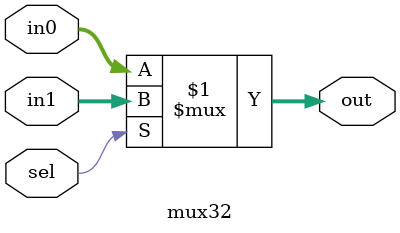
<source format=sv>
module mux32 #(parameter N=32) (
    output logic [N-1:0] out, 
    input logic [N-1:0] in0,
    input logic [N-1:0] in1, 
    input logic sel);

assign out[N-1:0]=sel?in1[N-1:0]:in0[N-1:0];

endmodule
</source>
